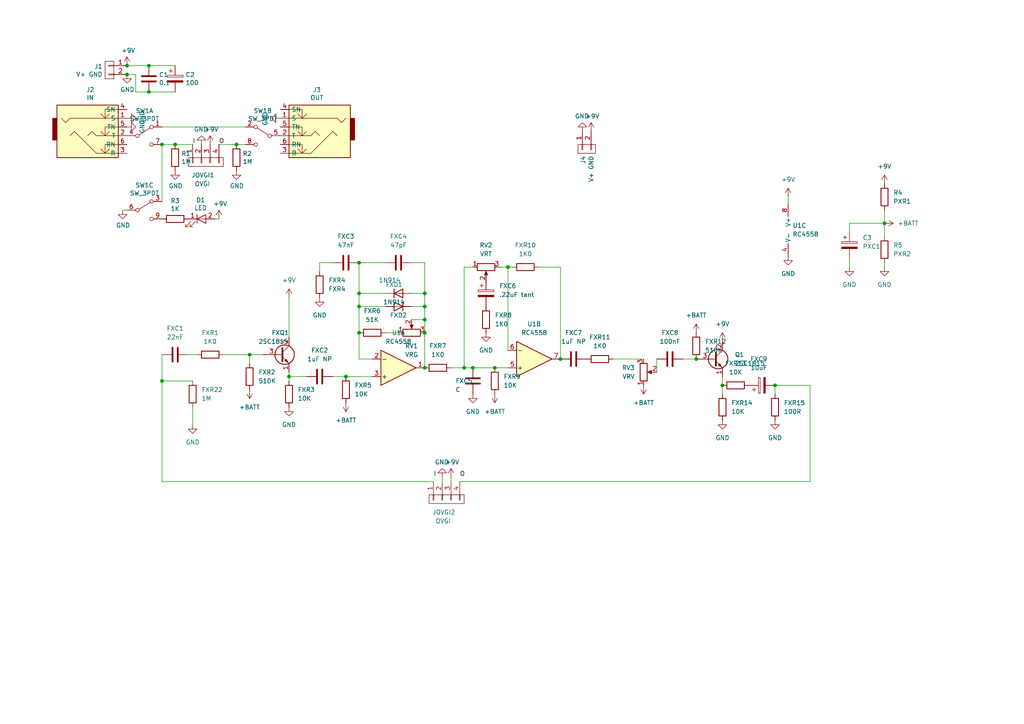
<source format=kicad_sch>
(kicad_sch (version 20211123) (generator eeschema)
  (paper "A4")
  (lib_symbols
    (symbol "1590B-rescue:C-device" (pin_numbers hide) (pin_names (offset 0.254))
      (property "Reference" "C" (at 0.635 2.54 0))
      (property "Value" "C-device" (at 0.635 -2.54 0))
      (symbol "C-device_0_1"
        (polyline (pts (xy -2.032 -0.762) (xy 2.032 -0.762)) (stroke (width 0.508)))
        (polyline (pts (xy -2.032 0.762) (xy 2.032 0.762)) (stroke (width 0.508)))
      )
      (symbol "C-device_1_1"
        (pin passive line (at 0 3.81 270) (length 2.794) (name "~") (number "1"))
        (pin passive line (at 0 -3.81 90) (length 2.794) (name "~") (number "2"))
      )
    )
    (symbol "1590B-rescue:CONN_01X02-conn" (pin_names (offset 1.016) hide)
      (property "Reference" "J" (at 0 3.81 0))
      (property "Value" "CONN_01X02-conn" (at 2.54 0 90))
      (symbol "CONN_01X02-conn_0_1"
        (rectangle (start -1.27 -1.143) (end 0.254 -1.397))
        (rectangle (start -1.27 1.397) (end 0.254 1.143))
        (rectangle (start -1.27 2.54) (end 1.27 -2.54))
      )
      (symbol "CONN_01X02-conn_1_1"
        (pin passive line (at -5.08 1.27 0) (length 3.81) (name "P1") (number "1"))
        (pin passive line (at -5.08 -1.27 0) (length 3.81) (name "P2") (number "2"))
      )
    )
    (symbol "1590B-rescue:CONN_01X04-conn" (pin_names (offset 1.016) hide)
      (property "Reference" "J" (at 0 6.35 0))
      (property "Value" "CONN_01X04-conn" (at 2.54 0 90))
      (symbol "CONN_01X04-conn_0_1"
        (rectangle (start -1.27 -3.683) (end 0.254 -3.937))
        (rectangle (start -1.27 -1.143) (end 0.254 -1.397))
        (rectangle (start -1.27 1.397) (end 0.254 1.143))
        (rectangle (start -1.27 3.937) (end 0.254 3.683))
        (rectangle (start -1.27 5.08) (end 1.27 -5.08))
      )
      (symbol "CONN_01X04-conn_1_1"
        (pin passive line (at -5.08 3.81 0) (length 3.81) (name "P1") (number "1"))
        (pin passive line (at -5.08 1.27 0) (length 3.81) (name "P2") (number "2"))
        (pin passive line (at -5.08 -1.27 0) (length 3.81) (name "P3") (number "3"))
        (pin passive line (at -5.08 -3.81 0) (length 3.81) (name "P4") (number "4"))
      )
    )
    (symbol "1590B-rescue:CP-device" (pin_numbers hide) (pin_names (offset 0.254))
      (property "Reference" "C" (at 0.635 2.54 0))
      (property "Value" "CP-device" (at 0.635 -2.54 0))
      (symbol "CP-device_0_1"
        (rectangle (start -2.286 0.508) (end -2.286 1.016))
        (rectangle (start -2.286 0.508) (end 2.286 0.508))
        (polyline (pts (xy -1.778 2.286) (xy -0.762 2.286)))
        (polyline (pts (xy -1.27 2.794) (xy -1.27 1.778)))
        (rectangle (start 2.286 -0.508) (end -2.286 -1.016) (fill (type outline)))
        (rectangle (start 2.286 1.016) (end -2.286 1.016))
        (rectangle (start 2.286 1.016) (end 2.286 0.508))
      )
      (symbol "CP-device_1_1"
        (pin passive line (at 0 3.81 270) (length 2.794) (name "~") (number "1"))
        (pin passive line (at 0 -3.81 90) (length 2.794) (name "~") (number "2"))
      )
    )
    (symbol "1590B-rescue:JACK_TRS_6PINS-conn" (pin_names (offset 0.762))
      (property "Reference" "J" (at 0 10.16 0))
      (property "Value" "JACK_TRS_6PINS-conn" (at -1.27 -7.62 0))
      (symbol "JACK_TRS_6PINS-conn_0_0"
        (polyline (pts (xy 3.81 -5.08) (xy 3.81 -2.54) (xy 7.62 -2.54)))
        (polyline (pts (xy 3.81 0) (xy 3.81 2.54) (xy 7.62 2.54)))
        (polyline (pts (xy 3.81 5.08) (xy 3.81 7.62) (xy 7.62 7.62)))
        (polyline (pts (xy -8.89 5.08) (xy -7.62 3.81) (xy -6.35 5.08) (xy 7.62 5.08)))
        (polyline (pts (xy -6.35 0) (xy -5.08 1.27) (xy 1.27 -5.08) (xy 7.62 -5.08)))
      )
      (symbol "JACK_TRS_6PINS-conn_0_1"
        (rectangle (start -11.43 5.08) (end -10.16 -1.27) (fill (type outline)))
        (polyline (pts (xy 1.27 0) (xy 7.62 0)))
        (polyline (pts (xy 1.27 0) (xy 0 1.27) (xy -1.27 0) (xy -1.27 0)))
        (polyline (pts (xy 2.54 -3.81) (xy 3.81 -5.08) (xy 5.08 -3.81) (xy 5.08 -3.81)))
        (polyline (pts (xy 2.54 1.27) (xy 3.81 0) (xy 5.08 1.27) (xy 5.08 1.27)))
        (polyline (pts (xy 2.54 6.35) (xy 3.81 5.08) (xy 5.08 6.35) (xy 5.08 6.35)))
        (rectangle (start 7.62 -6.35) (end -10.16 8.89) (stroke (width 0.254)) (fill (type background)))
      )
      (symbol "JACK_TRS_6PINS-conn_1_1"
        (pin passive line (at 10.16 5.08 180) (length 2.54) (name "S") (number "1"))
        (pin passive line (at 10.16 0 180) (length 2.54) (name "T") (number "2"))
        (pin passive line (at 10.16 -5.08 180) (length 2.54) (name "R") (number "3"))
        (pin passive line (at 10.16 7.62 180) (length 2.54) (name "SN") (number "4"))
        (pin passive line (at 10.16 2.54 180) (length 2.54) (name "TN") (number "5"))
        (pin passive line (at 10.16 -2.54 180) (length 2.54) (name "RN") (number "6"))
      )
    )
    (symbol "1590B-rescue:LED-device" (pin_names (offset 1.016) hide)
      (property "Reference" "D" (at 0 2.54 0))
      (property "Value" "LED-device" (at 0 -2.54 0))
      (symbol "LED-device_0_1"
        (polyline (pts (xy -1.27 -1.27) (xy -1.27 1.27)) (stroke (width 0.2032)))
        (polyline (pts (xy -1.27 0) (xy 1.27 0)))
        (polyline (pts (xy 1.27 -1.27) (xy 1.27 1.27) (xy -1.27 0) (xy 1.27 -1.27)) (stroke (width 0.2032)))
        (polyline (pts (xy -3.048 -0.762) (xy -4.572 -2.286) (xy -3.81 -2.286) (xy -4.572 -2.286) (xy -4.572 -1.524)))
        (polyline (pts (xy -1.778 -0.762) (xy -3.302 -2.286) (xy -2.54 -2.286) (xy -3.302 -2.286) (xy -3.302 -1.524)))
      )
      (symbol "LED-device_1_1"
        (pin passive line (at -3.81 0 0) (length 2.54) (name "K") (number "1"))
        (pin passive line (at 3.81 0 180) (length 2.54) (name "A") (number "2"))
      )
    )
    (symbol "1590B-rescue:R-device" (pin_numbers hide) (pin_names (offset 0))
      (property "Reference" "R" (at 2.032 0 90))
      (property "Value" "R-device" (at 0 0 90))
      (symbol "R-device_0_1"
        (rectangle (start -1.016 -2.54) (end 1.016 2.54) (stroke (width 0.254)))
      )
      (symbol "R-device_1_1"
        (pin passive line (at 0 3.81 270) (length 1.27) (name "~") (number "1"))
        (pin passive line (at 0 -3.81 90) (length 1.27) (name "~") (number "2"))
      )
    )
    (symbol "1590B-rescue:SW_3PDT-switches" (pin_names (offset 0) hide)
      (property "Reference" "SW" (at 0 4.318 0))
      (property "Value" "SW_3PDT-switches" (at 0 -5.08 0))
      (symbol "SW_3PDT-switches_0_0"
        (circle (center -2.032 0) (radius 0.508))
        (circle (center 2.032 -2.54) (radius 0.508))
      )
      (symbol "SW_3PDT-switches_0_1"
        (polyline (pts (xy -1.524 0.254) (xy 1.651 2.286)))
        (circle (center 2.032 2.54) (radius 0.508))
      )
      (symbol "SW_3PDT-switches_1_1"
        (pin passive line (at 5.08 2.54 180) (length 2.54) (name "A") (number "1"))
        (pin passive line (at -5.08 0 0) (length 2.54) (name "B") (number "4"))
        (pin passive line (at 5.08 -2.54 180) (length 2.54) (name "C") (number "7"))
      )
      (symbol "SW_3PDT-switches_2_1"
        (pin passive line (at 5.08 2.54 180) (length 2.54) (name "A") (number "2"))
        (pin passive line (at -5.08 0 0) (length 2.54) (name "B") (number "5"))
        (pin passive line (at 5.08 -2.54 180) (length 2.54) (name "C") (number "8"))
      )
      (symbol "SW_3PDT-switches_3_1"
        (pin passive line (at 5.08 2.54 180) (length 2.54) (name "A") (number "3"))
        (pin passive line (at -5.08 0 0) (length 2.54) (name "B") (number "6"))
        (pin passive line (at 5.08 -2.54 180) (length 2.54) (name "C") (number "9"))
      )
    )
    (symbol "Amplifier_Operational:RC4558" (pin_names (offset 0.127))
      (property "Reference" "U" (at 0 5.08 0))
      (property "Value" "RC4558" (at 0 -5.08 0))
      (symbol "RC4558_1_1"
        (polyline (pts (xy -5.08 5.08) (xy 5.08 0) (xy -5.08 -5.08) (xy -5.08 5.08)) (stroke (width 0.254)) (fill (type background)))
        (pin output line (at 7.62 0 180) (length 2.54) (name "~") (number "1"))
        (pin input line (at -7.62 -2.54 0) (length 2.54) (name "-") (number "2"))
        (pin input line (at -7.62 2.54 0) (length 2.54) (name "+") (number "3"))
      )
      (symbol "RC4558_2_1"
        (polyline (pts (xy -5.08 5.08) (xy 5.08 0) (xy -5.08 -5.08) (xy -5.08 5.08)) (stroke (width 0.254)) (fill (type background)))
        (pin input line (at -7.62 2.54 0) (length 2.54) (name "+") (number "5"))
        (pin input line (at -7.62 -2.54 0) (length 2.54) (name "-") (number "6"))
        (pin output line (at 7.62 0 180) (length 2.54) (name "~") (number "7"))
      )
      (symbol "RC4558_3_1"
        (pin power_in line (at -2.54 -7.62 90) (length 3.81) (name "V-") (number "4"))
        (pin power_in line (at -2.54 7.62 270) (length 3.81) (name "V+") (number "8"))
      )
    )
    (symbol "Device:C" (pin_numbers hide) (pin_names (offset 0.254))
      (property "Reference" "C" (at 0.635 2.54 0))
      (property "Value" "C" (at 0.635 -2.54 0))
      (symbol "C_0_1"
        (polyline (pts (xy -2.032 -0.762) (xy 2.032 -0.762)) (stroke (width 0.508)))
        (polyline (pts (xy -2.032 0.762) (xy 2.032 0.762)) (stroke (width 0.508)))
      )
      (symbol "C_1_1"
        (pin passive line (at 0 3.81 270) (length 2.794) (name "~") (number "1"))
        (pin passive line (at 0 -3.81 90) (length 2.794) (name "~") (number "2"))
      )
    )
    (symbol "Device:C_Polarized" (pin_numbers hide) (pin_names (offset 0.254))
      (property "Reference" "C" (at 0.635 2.54 0))
      (property "Value" "C_Polarized" (at 0.635 -2.54 0))
      (symbol "C_Polarized_0_1"
        (rectangle (start -2.286 0.508) (end 2.286 1.016))
        (polyline (pts (xy -1.778 2.286) (xy -0.762 2.286)))
        (polyline (pts (xy -1.27 2.794) (xy -1.27 1.778)))
        (rectangle (start 2.286 -0.508) (end -2.286 -1.016) (fill (type outline)))
      )
      (symbol "C_Polarized_1_1"
        (pin passive line (at 0 3.81 270) (length 2.794) (name "~") (number "1"))
        (pin passive line (at 0 -3.81 90) (length 2.794) (name "~") (number "2"))
      )
    )
    (symbol "Device:R" (pin_numbers hide) (pin_names (offset 0))
      (property "Reference" "R" (at 2.032 0 90))
      (property "Value" "R" (at 0 0 90))
      (symbol "R_0_1"
        (rectangle (start -1.016 -2.54) (end 1.016 2.54) (stroke (width 0.254)))
      )
      (symbol "R_1_1"
        (pin passive line (at 0 3.81 270) (length 1.27) (name "~") (number "1"))
        (pin passive line (at 0 -3.81 90) (length 1.27) (name "~") (number "2"))
      )
    )
    (symbol "Device:R_Potentiometer" (pin_names (offset 1.016) hide)
      (property "Reference" "RV" (at -4.445 0 90))
      (property "Value" "R_Potentiometer" (at -2.54 0 90))
      (symbol "R_Potentiometer_0_1"
        (polyline (pts (xy 2.54 0) (xy 1.524 0)))
        (polyline (pts (xy 1.143 0) (xy 2.286 0.508) (xy 2.286 -0.508) (xy 1.143 0)) (fill (type outline)))
        (rectangle (start 1.016 2.54) (end -1.016 -2.54) (stroke (width 0.254)))
      )
      (symbol "R_Potentiometer_1_1"
        (pin passive line (at 0 3.81 270) (length 1.27) (name "1") (number "1"))
        (pin passive line (at 3.81 0 180) (length 1.27) (name "2") (number "2"))
        (pin passive line (at 0 -3.81 90) (length 1.27) (name "3") (number "3"))
      )
    )
    (symbol "Diode:1N914" (pin_numbers hide) (pin_names (offset 1.016) hide)
      (property "Reference" "D" (at 0 2.54 0))
      (property "Value" "1N914" (at 0 -2.54 0))
      (symbol "1N914_0_1"
        (polyline (pts (xy -1.27 1.27) (xy -1.27 -1.27)) (stroke (width 0.254)))
        (polyline (pts (xy 1.27 0) (xy -1.27 0)))
        (polyline (pts (xy 1.27 1.27) (xy 1.27 -1.27) (xy -1.27 0) (xy 1.27 1.27)) (stroke (width 0.254)))
      )
      (symbol "1N914_1_1"
        (pin passive line (at -3.81 0 0) (length 2.54) (name "K") (number "1"))
        (pin passive line (at 3.81 0 180) (length 2.54) (name "A") (number "2"))
      )
    )
    (symbol "Transistor_BJT:2SC1815" (pin_names (offset 0) hide)
      (property "Reference" "Q" (at 5.08 1.905 0))
      (property "Value" "2SC1815" (at 5.08 0 0))
      (symbol "2SC1815_0_1"
        (polyline (pts (xy 0 0) (xy 0.508 0)))
        (polyline (pts (xy 0.635 0.635) (xy 2.54 2.54)))
        (polyline (pts (xy 0.635 -0.635) (xy 2.54 -2.54) (xy 2.54 -2.54)))
        (polyline (pts (xy 0.635 1.905) (xy 0.635 -1.905) (xy 0.635 -1.905)) (stroke (width 0.508)))
        (polyline (pts (xy 1.27 -1.778) (xy 1.778 -1.27) (xy 2.286 -2.286) (xy 1.27 -1.778) (xy 1.27 -1.778)) (fill (type outline)))
        (circle (center 1.27 0) (radius 2.8194) (stroke (width 0.254)))
      )
      (symbol "2SC1815_1_1"
        (pin passive line (at 2.54 -5.08 90) (length 2.54) (name "E") (number "1"))
        (pin passive line (at 2.54 5.08 270) (length 2.54) (name "C") (number "2"))
        (pin input line (at -5.08 0 0) (length 5.08) (name "B") (number "3"))
      )
    )
    (symbol "power:+9V" (power) (pin_names (offset 0))
      (property "Value" "+9V" (at 0 3.556 0))
      (symbol "+9V_0_1"
        (polyline (pts (xy -0.762 1.27) (xy 0 2.54)))
        (polyline (pts (xy 0 0) (xy 0 2.54)))
        (polyline (pts (xy 0 2.54) (xy 0.762 1.27)))
      )
      (symbol "+9V_1_1"
        (pin power_in line (at 0 0 90) (length 0) hide (name "+9V") (number "1"))
      )
    )
    (symbol "power:+BATT" (power) (pin_names (offset 0))
      (property "Value" "+BATT" (at 0 3.556 0))
      (symbol "+BATT_0_1"
        (polyline (pts (xy -0.762 1.27) (xy 0 2.54)))
        (polyline (pts (xy 0 0) (xy 0 2.54)))
        (polyline (pts (xy 0 2.54) (xy 0.762 1.27)))
      )
      (symbol "+BATT_1_1"
        (pin power_in line (at 0 0 90) (length 0) hide (name "+BATT") (number "1"))
      )
    )
    (symbol "power:GND" (power) (pin_names (offset 0))
      (property "Value" "GND" (at 0 -3.81 0))
      (symbol "GND_0_1"
        (polyline (pts (xy 0 0) (xy 0 -1.27) (xy 1.27 -1.27) (xy 0 -2.54) (xy -1.27 -1.27) (xy 0 -1.27)))
      )
      (symbol "GND_1_1"
        (pin power_in line (at 0 0 270) (length 0) hide (name "GND") (number "1"))
      )
    )
  )
  (junction (at 83.82 109.22))
  (junction (at 104.14 85.09))
  (junction (at 134.62 106.68))
  (junction (at 50.8 41.91))
  (junction (at 43.18 19.05))
  (junction (at 123.19 106.68))
  (junction (at 104.14 96.52))
  (junction (at 104.14 88.9))
  (junction (at 147.32 77.47))
  (junction (at 123.19 85.09))
  (junction (at 137.16 106.68))
  (junction (at 256.54 64.77))
  (junction (at 143.51 106.68))
  (junction (at 123.19 96.52))
  (junction (at 201.93 104.14))
  (junction (at 209.55 111.76))
  (junction (at 46.99 110.49))
  (junction (at 162.56 104.14))
  (junction (at 68.58 41.91))
  (junction (at 36.83 21.59))
  (junction (at 224.79 111.76))
  (junction (at 46.99 41.91))
  (junction (at 43.18 26.67))
  (junction (at 72.39 102.87))
  (junction (at 100.33 109.22))
  (junction (at 36.83 19.05))
  (junction (at 123.19 88.9))
  (junction (at 123.19 92.71))
  (junction (at 104.14 76.2))
  (wire (pts (xy 130.81 139.7) (xy 130.81 138.43)))
  (wire (pts (xy 83.82 86.36) (xy 83.82 97.79)))
  (wire (pts (xy 100.33 109.22) (xy 96.52 109.22)))
  (wire (pts (xy 246.38 67.31) (xy 246.38 64.77)))
  (wire (pts (xy 39.37 26.67) (xy 43.18 26.67)))
  (wire (pts (xy 46.99 36.83) (xy 71.12 36.83)))
  (wire (pts (xy 43.18 26.67) (xy 50.8 26.67)))
  (wire (pts (xy 46.99 41.91) (xy 50.8 41.91)))
  (wire (pts (xy 209.55 114.3) (xy 209.55 111.76)))
  (wire (pts (xy 100.33 109.22) (xy 107.95 109.22)))
  (wire (pts (xy 128.27 139.7) (xy 128.27 138.43)))
  (wire (pts (xy 96.52 76.2) (xy 92.71 76.2)))
  (wire (pts (xy 201.93 104.14) (xy 198.12 104.14)))
  (wire (pts (xy 246.38 64.77) (xy 256.54 64.77)))
  (wire (pts (xy 72.39 102.87) (xy 76.2 102.87)))
  (wire (pts (xy 256.54 68.58) (xy 256.54 64.77)))
  (wire (pts (xy 63.5 41.91) (xy 68.58 41.91)))
  (wire (pts (xy 104.14 76.2) (xy 111.76 76.2)))
  (wire (pts (xy 119.38 88.9) (xy 123.19 88.9)))
  (wire (pts (xy 88.9 109.22) (xy 83.82 109.22)))
  (wire (pts (xy 64.77 102.87) (xy 72.39 102.87)))
  (wire (pts (xy 92.71 76.2) (xy 92.71 78.74)))
  (wire (pts (xy 104.14 85.09) (xy 104.14 88.9)))
  (wire (pts (xy 36.83 60.96) (xy 35.56 60.96)))
  (wire (pts (xy 119.38 85.09) (xy 123.19 85.09)))
  (wire (pts (xy 104.14 85.09) (xy 111.76 85.09)))
  (wire (pts (xy 147.32 77.47) (xy 147.32 101.6)))
  (wire (pts (xy 83.82 107.95) (xy 83.82 109.22)))
  (wire (pts (xy 62.23 63.5) (xy 63.5 63.5)))
  (wire (pts (xy 123.19 96.52) (xy 123.19 106.68)))
  (wire (pts (xy 104.14 76.2) (xy 104.14 85.09)))
  (wire (pts (xy 46.99 110.49) (xy 55.88 110.49)))
  (wire (pts (xy 39.37 21.59) (xy 39.37 26.67)))
  (wire (pts (xy 137.16 106.68) (xy 143.51 106.68)))
  (wire (pts (xy 123.19 76.2) (xy 123.19 85.09)))
  (wire (pts (xy 111.76 96.52) (xy 115.57 96.52)))
  (wire (pts (xy 256.54 64.77) (xy 256.54 60.96)))
  (wire (pts (xy 147.32 77.47) (xy 148.59 77.47)))
  (wire (pts (xy 246.38 77.47) (xy 246.38 74.93)))
  (wire (pts (xy 224.79 111.76) (xy 234.95 111.76)))
  (wire (pts (xy 256.54 77.47) (xy 256.54 76.2)))
  (wire (pts (xy 104.14 88.9) (xy 104.14 96.52)))
  (wire (pts (xy 104.14 104.14) (xy 104.14 96.52)))
  (wire (pts (xy 71.12 41.91) (xy 68.58 41.91)))
  (wire (pts (xy 144.78 77.47) (xy 147.32 77.47)))
  (wire (pts (xy 190.5 104.14) (xy 190.5 107.95)))
  (wire (pts (xy 162.56 77.47) (xy 162.56 104.14)))
  (wire (pts (xy 123.19 85.09) (xy 123.19 88.9)))
  (wire (pts (xy 46.99 110.49) (xy 46.99 139.7)))
  (wire (pts (xy 43.18 19.05) (xy 36.83 19.05)))
  (wire (pts (xy 156.21 77.47) (xy 162.56 77.47)))
  (wire (pts (xy 123.19 92.71) (xy 123.19 96.52)))
  (wire (pts (xy 123.19 88.9) (xy 123.19 92.71)))
  (wire (pts (xy 107.95 104.14) (xy 104.14 104.14)))
  (wire (pts (xy 119.38 92.71) (xy 123.19 92.71)))
  (wire (pts (xy 50.8 41.91) (xy 55.88 41.91)))
  (wire (pts (xy 72.39 102.87) (xy 72.39 105.41)))
  (wire (pts (xy 50.8 19.05) (xy 43.18 19.05)))
  (wire (pts (xy 36.83 21.59) (xy 39.37 21.59)))
  (wire (pts (xy 134.62 106.68) (xy 137.16 106.68)))
  (wire (pts (xy 133.35 139.7) (xy 234.95 139.7)))
  (wire (pts (xy 46.99 139.7) (xy 125.73 139.7)))
  (wire (pts (xy 177.8 104.14) (xy 186.69 104.14)))
  (wire (pts (xy 55.88 123.19) (xy 55.88 118.11)))
  (wire (pts (xy 137.16 77.47) (xy 134.62 77.47)))
  (wire (pts (xy 104.14 88.9) (xy 111.76 88.9)))
  (wire (pts (xy 234.95 139.7) (xy 234.95 111.76)))
  (wire (pts (xy 46.99 102.87) (xy 46.99 110.49)))
  (wire (pts (xy 46.99 41.91) (xy 46.99 58.42)))
  (wire (pts (xy 54.61 102.87) (xy 57.15 102.87)))
  (wire (pts (xy 119.38 76.2) (xy 123.19 76.2)))
  (wire (pts (xy 209.55 111.76) (xy 209.55 109.22)))
  (wire (pts (xy 83.82 109.22) (xy 83.82 110.49)))
  (wire (pts (xy 228.6 57.15) (xy 228.6 59.055)))
  (wire (pts (xy 224.79 114.3) (xy 224.79 111.76)))
  (wire (pts (xy 130.81 106.68) (xy 134.62 106.68)))
  (wire (pts (xy 143.51 106.68) (xy 147.32 106.68)))
  (wire (pts (xy 134.62 77.47) (xy 134.62 106.68)))
  (label "O" (at 63.5 41.91 0))
  (label "I" (at 55.88 41.91 0))
  (label "O" (at 133.35 138.43 0))
  (label "I" (at 125.73 138.43 0))
  (symbol (lib_id "1590B-rescue:SW_3PDT-switches") (at 41.91 39.37 0) (unit 1)
    (property "Reference" "SW1" (at 41.91 32.131 0))
    (property "Value" "SW_3PDT" (at 41.91 34.4424 0))
    (property "Footprint" "KiCad Lib:3PDT-Footswitch" (effects hide))
  )
  (symbol (lib_id "1590B-rescue:SW_3PDT-switches") (at 76.2 39.37 0) (mirror y) (unit 2)
    (property "Reference" "SW1" (at 76.2 32.131 0))
    (property "Value" "SW_3PDT" (at 76.2 34.4424 0))
    (property "Footprint" "KiCad Lib:3PDT-Footswitch" (effects hide))
  )
  (symbol (lib_id "1590B-rescue:SW_3PDT-switches") (at 41.91 60.96 0) (unit 3)
    (property "Reference" "SW1" (at 41.91 53.721 0))
    (property "Value" "SW_3PDT" (at 41.91 56.0324 0))
    (property "Footprint" "KiCad Lib:3PDT-Footswitch" (effects hide))
  )
  (symbol (lib_id "1590B-rescue:R-device") (at 50.8 45.72 0) (unit 1)
    (property "Reference" "R1" (at 52.578 44.5516 0) (effects (justify left)))
    (property "Value" "1M" (at 52.578 46.863 0) (effects (justify left)))
    (property "Footprint" "Resistors_ThroughHole:Resistor_Horizontal_RM7mm" (effects hide))
  )
  (symbol (lib_id "1590B-rescue:C-device") (at 43.18 22.86 180) (unit 1)
    (property "Reference" "C1" (at 46.101 21.6916 0) (effects (justify right)))
    (property "Value" "0.1" (at 46.101 24.003 0) (effects (justify right)))
    (property "Footprint" "Capacitors_ThroughHole:C_Rect_L7_W3.5_P5" (effects hide))
  )
  (symbol (lib_id "1590B-rescue:CP-device") (at 50.8 22.86 0) (unit 1)
    (property "Reference" "C2" (at 53.7972 21.6916 0) (effects (justify left)))
    (property "Value" "100" (at 53.7972 24.003 0) (effects (justify left)))
    (property "Footprint" "Capacitors_THT:CP_Radial_D8.0mm_P2.50mm" (effects hide))
  )
  (symbol (lib_id "1590B-rescue:LED-device") (at 58.42 63.5 0) (unit 1)
    (property "Reference" "D1" (at 58.1914 58.0136 0))
    (property "Value" "LED" (at 58.1914 60.325 0))
    (property "Footprint" "LEDs:LED-5MM" (effects hide))
  )
  (symbol (lib_id "1590B-rescue:CONN_01X04-conn") (at 59.69 46.99 90) (mirror x) (unit 1)
    (property "Reference" "JOVGI1" (at 62.23 50.8 90) (effects (justify left)))
    (property "Value" "OVGI" (at 60.96 53.34 90) (effects (justify left)))
    (property "Footprint" "Pin_Headers:Pin_Header_Straight_1x04_Pitch2.54mm" (effects hide))
  )
  (symbol (lib_id "1590B-rescue:CONN_01X02-conn") (at 31.75 20.32 0) (mirror y) (unit 1)
    (property "Reference" "J1" (at 29.7688 19.2786 0) (effects (justify left)))
    (property "Value" "V+ GND" (at 29.7688 21.59 0) (effects (justify left)))
    (property "Footprint" "Pin_Headers:Pin_Header_Straight_1x02_Pitch2.54mm" (effects hide))
  )
  (symbol (lib_id "1590B-rescue:JACK_TRS_6PINS-conn") (at 26.67 39.37 0) (unit 1)
    (property "Reference" "J2" (at 26.1874 26.035 0))
    (property "Value" "IN" (at 26.1874 28.3464 0))
    (property "Footprint" "Connectors:NMJ6HCD2" (effects hide))
  )
  (symbol (lib_id "1590B-rescue:JACK_TRS_6PINS-conn") (at 91.44 39.37 0) (mirror y) (unit 1)
    (property "Reference" "J3" (at 91.8972 26.035 0))
    (property "Value" "OUT" (at 91.8972 28.3464 0))
    (property "Footprint" "Connectors:NMJ6HCD2" (effects hide))
  )
  (symbol (lib_id "1590B-rescue:R-device") (at 68.58 45.72 0) (unit 1)
    (property "Reference" "R2" (at 70.358 44.5516 0) (effects (justify left)))
    (property "Value" "1M" (at 70.358 46.863 0) (effects (justify left)))
    (property "Footprint" "Resistors_ThroughHole:Resistor_Horizontal_RM7mm" (effects hide))
  )
  (symbol (lib_id "power:+9V") (at 36.83 19.05 0) (unit 1)
    (property "Reference" "#PWR01" (effects hide))
    (property "Value" "+9V" (at 37.211 14.6558 0))
  )
  (symbol (lib_id "power:GND") (at 36.83 21.59 0) (unit 1)
    (property "Reference" "#PWR02" (effects hide))
    (property "Value" "GND" (at 36.957 25.9842 0))
  )
  (symbol (lib_id "power:GND") (at 50.8 49.53 0) (unit 1)
    (property "Reference" "#PWR05" (effects hide))
    (property "Value" "GND" (at 50.927 53.9242 0))
  )
  (symbol (lib_id "power:GND") (at 68.58 49.53 0) (unit 1)
    (property "Reference" "#PWR06" (effects hide))
    (property "Value" "GND" (at 68.707 53.9242 0))
  )
  (symbol (lib_id "power:GND") (at 58.42 41.91 180) (unit 1)
    (property "Reference" "#PWR03" (effects hide))
    (property "Value" "GND" (at 58.293 37.5158 0))
  )
  (symbol (lib_id "power:+9V") (at 60.96 41.91 0) (unit 1)
    (property "Reference" "#PWR04" (effects hide))
    (property "Value" "+9V" (at 61.341 37.5158 0))
  )
  (symbol (lib_id "1590B-rescue:R-device") (at 50.8 63.5 270) (unit 1)
    (property "Reference" "R3" (at 50.8 58.2422 90))
    (property "Value" "1K" (at 50.8 60.5536 90))
    (property "Footprint" "Resistors_ThroughHole:Resistor_Horizontal_RM7mm" (effects hide))
  )
  (symbol (lib_id "power:+9V") (at 63.5 63.5 0) (unit 1)
    (property "Reference" "#PWR08" (effects hide))
    (property "Value" "+9V" (at 63.881 59.1058 0))
  )
  (symbol (lib_id "power:GND") (at 35.56 60.96 0) (unit 1)
    (property "Reference" "#PWR07" (effects hide))
    (property "Value" "GND" (at 35.687 65.3542 0))
  )
  (symbol (lib_id "1590B-rescue:CONN_01X04-conn") (at 129.54 144.78 90) (mirror x) (unit 1)
    (property "Reference" "JOVGI2" (at 132.08 148.59 90) (effects (justify left)))
    (property "Value" "OVGI" (at 130.81 151.13 90) (effects (justify left)))
    (property "Footprint" "Pin_Headers:Pin_Header_Straight_1x04_Pitch2.54mm" (effects hide))
  )
  (symbol (lib_id "power:GND") (at 128.27 138.43 180) (unit 1)
    (property "Reference" "#PWR09" (effects hide))
    (property "Value" "GND" (at 128.143 134.0358 0))
  )
  (symbol (lib_id "power:+9V") (at 130.81 138.43 0) (unit 1)
    (property "Reference" "#PWR010" (effects hide))
    (property "Value" "+9V" (at 131.191 134.0358 0))
  )
  (symbol (lib_id "power:GND") (at 36.83 34.29 90) (unit 1)
    (property "Reference" "#PWR011" (effects hide))
    (property "Value" "GND" (at 41.2242 34.163 0))
  )
  (symbol (lib_id "power:GND") (at 81.28 34.29 270) (unit 1)
    (property "Reference" "#PWR012" (effects hide))
    (property "Value" "GND" (at 76.8858 34.417 0))
  )
  (symbol (lib_id "power:GND") (at 36.83 36.83 90) (unit 1)
    (property "Reference" "#PWR013" (effects hide))
    (property "Value" "GND" (at 41.2242 36.703 0))
  )
  (symbol (lib_id "1590B-rescue:CONN_01X02-conn") (at 170.18 43.18 90) (mirror x) (unit 1)
    (property "Reference" "J4" (at 169.1386 45.1612 0) (effects (justify left)))
    (property "Value" "V+ GND" (at 171.45 45.1612 0) (effects (justify left)))
    (property "Footprint" "Pin_Headers:Pin_Header_Straight_1x02_Pitch2.54mm" (effects hide))
  )
  (symbol (lib_id "power:GND") (at 168.91 38.1 180) (unit 1)
    (property "Reference" "#PWR014" (effects hide))
    (property "Value" "GND" (at 168.783 33.7058 0))
  )
  (symbol (lib_id "power:+9V") (at 171.45 38.1 0) (unit 1)
    (property "Reference" "#PWR015" (effects hide))
    (property "Value" "+9V" (at 171.831 33.7058 0))
  )
  (symbol (lib_id "Diode:1N914") (at 115.57 85.09 0) (unit 1)
    (property "Reference" "FXD1" (at 114.3 82.55 0))
    (property "Value" "1N914" (at 113.03 81.28 0))
    (property "Footprint" "Diode_THT:D_DO-35_SOD27_P7.62mm_Horizontal" (effects hide))
    (property "Datasheet" "http://www.vishay.com/docs/85622/1n914.pdf" (effects hide))
  )
  (symbol (lib_id "Device:R") (at 143.51 110.49 180) (unit 1)
    (property "Reference" "FXR9" (at 146.05 109.2199 0) (effects (justify right)))
    (property "Value" "10K" (at 146.05 111.7599 0) (effects (justify right)))
    (property "Footprint" "Resistor_THT:R_Axial_DIN0309_L9.0mm_D3.2mm_P12.70mm_Horizontal" (effects hide))
  )
  (symbol (lib_id "Device:R") (at 140.97 92.71 180) (unit 1)
    (property "Reference" "FXR8" (at 143.51 91.4399 0) (effects (justify right)))
    (property "Value" "1K0" (at 143.51 93.9799 0) (effects (justify right)))
    (property "Footprint" "Resistor_THT:R_Axial_DIN0309_L9.0mm_D3.2mm_P12.70mm_Horizontal" (effects hide))
  )
  (symbol (lib_id "Device:C_Polarized") (at 246.38 71.12 0) (unit 1)
    (property "Reference" "C3" (at 250.19 68.9609 0) (effects (justify left)))
    (property "Value" "PXC1" (at 250.19 71.5009 0) (effects (justify left)))
    (property "Footprint" "Capacitor_THT:CP_Radial_D10.0mm_P5.00mm" (effects hide))
  )
  (symbol (lib_id "Amplifier_Operational:RC4558") (at 115.57 106.68 0) (mirror x) (unit 1)
    (property "Reference" "U1" (at 115.57 96.52 0))
    (property "Value" "RC4558" (at 115.57 99.06 0))
    (property "Footprint" "Package_DIP:DIP-8_W7.62mm" (effects hide))
    (property "Datasheet" "http://www.ti.com/lit/ds/symlink/rc4558.pdf" (effects hide))
  )
  (symbol (lib_id "Device:R_Potentiometer") (at 119.38 96.52 90) (unit 1)
    (property "Reference" "RV1" (at 119.38 100.33 90))
    (property "Value" "VRG" (at 119.38 102.87 90))
    (property "Footprint" "Potentiometer_THT:Potentiometer_Alps_RK09K_Single_Vertical" (effects hide))
  )
  (symbol (lib_id "power:+9V") (at 256.54 53.34 0) (unit 1)
    (property "Reference" "#PWR0109" (effects hide))
    (property "Value" "+9V" (at 256.54 48.26 0))
  )
  (symbol (lib_id "Device:C_Polarized") (at 220.98 111.76 90) (unit 1)
    (property "Reference" "FXC9" (at 220.091 104.14 90))
    (property "Value" "10uF" (at 220.091 106.68 90))
    (property "Footprint" "Capacitor_THT:CP_Radial_D10.0mm_P5.00mm" (effects hide))
  )
  (symbol (lib_id "power:GND") (at 256.54 77.47 0) (unit 1)
    (property "Reference" "#PWR0113" (effects hide))
    (property "Value" "GND" (at 256.54 82.55 0))
  )
  (symbol (lib_id "Amplifier_Operational:RC4558") (at 154.94 104.14 0) (mirror x) (unit 2)
    (property "Reference" "U1" (at 154.94 93.98 0))
    (property "Value" "RC4558" (at 154.94 96.52 0))
    (property "Footprint" "Package_DIP:DIP-8_W7.62mm" (effects hide))
    (property "Datasheet" "http://www.ti.com/lit/ds/symlink/rc4558.pdf" (effects hide))
  )
  (symbol (lib_id "Device:R_Potentiometer") (at 140.97 77.47 90) (mirror x) (unit 1)
    (property "Reference" "RV2" (at 140.97 71.12 90))
    (property "Value" "VRT" (at 140.97 73.66 90))
    (property "Footprint" "Potentiometer_THT:Potentiometer_Alps_RK09K_Single_Vertical" (effects hide))
  )
  (symbol (lib_id "power:GND") (at 55.88 123.19 0) (unit 1)
    (property "Reference" "#PWR0105" (effects hide))
    (property "Value" "GND" (at 55.88 128.27 0))
  )
  (symbol (lib_id "Device:C") (at 50.8 102.87 90) (unit 1)
    (property "Reference" "FXC1" (at 50.8 95.25 90))
    (property "Value" "22nF" (at 50.8 97.79 90))
    (property "Footprint" "Capacitor_THT:C_Disc_D5.0mm_W2.5mm_P5.00mm" (effects hide))
  )
  (symbol (lib_id "power:GND") (at 140.97 96.52 0) (unit 1)
    (property "Reference" "#PWR0102" (effects hide))
    (property "Value" "GND" (at 140.97 101.6 0))
  )
  (symbol (lib_id "Device:R") (at 72.39 109.22 180) (unit 1)
    (property "Reference" "FXR2" (at 74.93 107.9499 0) (effects (justify right)))
    (property "Value" "510K" (at 74.93 110.4899 0) (effects (justify right)))
    (property "Footprint" "Resistor_THT:R_Axial_DIN0309_L9.0mm_D3.2mm_P12.70mm_Horizontal" (effects hide))
  )
  (symbol (lib_id "Device:R") (at 224.79 118.11 180) (unit 1)
    (property "Reference" "FXR15" (at 227.33 116.8399 0) (effects (justify right)))
    (property "Value" "100R" (at 227.33 119.3799 0) (effects (justify right)))
    (property "Footprint" "Resistor_THT:R_Axial_DIN0309_L9.0mm_D3.2mm_P12.70mm_Horizontal" (effects hide))
  )
  (symbol (lib_id "Device:R") (at 201.93 100.33 0) (unit 1)
    (property "Reference" "FXR12" (at 204.47 99.0599 0) (effects (justify left)))
    (property "Value" "510K" (at 204.47 101.5999 0) (effects (justify left)))
    (property "Footprint" "Resistor_THT:R_Axial_DIN0309_L9.0mm_D3.2mm_P12.70mm_Horizontal" (effects hide))
  )
  (symbol (lib_id "Device:R") (at 100.33 113.03 180) (unit 1)
    (property "Reference" "FXR5" (at 102.87 111.7599 0) (effects (justify right)))
    (property "Value" "10K" (at 102.87 114.2999 0) (effects (justify right)))
    (property "Footprint" "Resistor_THT:R_Axial_DIN0309_L9.0mm_D3.2mm_P12.70mm_Horizontal" (effects hide))
  )
  (symbol (lib_id "power:GND") (at 224.79 121.92 0) (unit 1)
    (property "Reference" "#PWR0118" (effects hide))
    (property "Value" "GND" (at 224.79 127 0))
  )
  (symbol (lib_id "Transistor_BJT:2SC1815") (at 81.28 102.87 0) (unit 1)
    (property "Reference" "FXQ1" (at 78.74 96.52 0) (effects (justify left)))
    (property "Value" "2SC1815" (at 74.93 99.06 0) (effects (justify left)))
    (property "Footprint" "Package_TO_SOT_THT:TO-92_Inline" (effects hide))
    (property "Datasheet" "https://media.digikey.com/pdf/Data%20Sheets/Toshiba%20PDFs/2SC1815.pdf" (effects hide))
  )
  (symbol (lib_id "Device:R") (at 173.99 104.14 270) (unit 1)
    (property "Reference" "FXR11" (at 173.99 97.79 90))
    (property "Value" "1K0" (at 173.99 100.33 90))
    (property "Footprint" "Resistor_THT:R_Axial_DIN0309_L9.0mm_D3.2mm_P12.70mm_Horizontal" (effects hide))
  )
  (symbol (lib_id "power:GND") (at 228.6 74.295 0) (unit 1)
    (property "Reference" "#PWR0115" (effects hide))
    (property "Value" "GND" (at 228.6 79.375 0))
  )
  (symbol (lib_id "Device:R") (at 213.36 111.76 270) (unit 1)
    (property "Reference" "FXR13" (at 213.36 105.41 90))
    (property "Value" "10K" (at 213.36 107.95 90))
    (property "Footprint" "Resistor_THT:R_Axial_DIN0309_L9.0mm_D3.2mm_P12.70mm_Horizontal" (effects hide))
  )
  (symbol (lib_id "Transistor_BJT:2SC1815") (at 207.01 104.14 0) (unit 1)
    (property "Reference" "Q1" (at 213.106 102.8699 0) (effects (justify left)))
    (property "Value" "2SC1815" (at 213.106 105.4099 0) (effects (justify left)))
    (property "Footprint" "Package_TO_SOT_THT:TO-92_Inline" (effects hide))
    (property "Datasheet" "https://media.digikey.com/pdf/Data%20Sheets/Toshiba%20PDFs/2SC1815.pdf" (effects hide))
  )
  (symbol (lib_id "Device:C_Polarized") (at 140.97 85.09 0) (unit 1)
    (property "Reference" "FXC6" (at 144.78 82.9309 0) (effects (justify left)))
    (property "Value" ".22uF tant" (at 144.78 85.4709 0) (effects (justify left)))
    (property "Footprint" "Capacitor_THT:CP_Radial_D5.0mm_P2.50mm" (effects hide))
  )
  (symbol (lib_id "power:GND") (at 83.82 118.11 0) (unit 1)
    (property "Reference" "#PWR0107" (effects hide))
    (property "Value" "GND" (at 83.82 123.19 0))
  )
  (symbol (lib_id "power:GND") (at 209.55 121.92 0) (unit 1)
    (property "Reference" "#PWR0119" (effects hide))
    (property "Value" "GND" (at 209.55 127 0))
  )
  (symbol (lib_id "Device:C") (at 100.33 76.2 90) (unit 1)
    (property "Reference" "FXC3" (at 100.33 68.58 90))
    (property "Value" "47nF" (at 100.33 71.12 90))
    (property "Footprint" "Capacitor_THT:C_Disc_D5.0mm_W2.5mm_P5.00mm" (effects hide))
  )
  (symbol (lib_id "Device:C") (at 137.16 110.49 180) (unit 1)
    (property "Reference" "FXC5" (at 132.08 110.49 0) (effects (justify right)))
    (property "Value" "C" (at 132.08 113.03 0) (effects (justify right)))
    (property "Footprint" "Capacitor_THT:C_Disc_D5.0mm_W2.5mm_P5.00mm" (effects hide))
  )
  (symbol (lib_id "Device:R") (at 60.96 102.87 90) (unit 1)
    (property "Reference" "FXR1" (at 60.96 96.52 90))
    (property "Value" "1K0" (at 60.96 99.06 90))
    (property "Footprint" "Resistor_THT:R_Axial_DIN0309_L9.0mm_D3.2mm_P12.70mm_Horizontal" (effects hide))
  )
  (symbol (lib_id "Device:C") (at 92.71 109.22 90) (unit 1)
    (property "Reference" "FXC2" (at 92.71 101.6 90))
    (property "Value" "1uF NP" (at 92.71 104.14 90))
    (property "Footprint" "Capacitor_THT:C_Disc_D5.0mm_W2.5mm_P5.00mm" (effects hide))
  )
  (symbol (lib_id "power:GND") (at 137.16 114.3 0) (unit 1)
    (property "Reference" "#PWR0103" (effects hide))
    (property "Value" "GND" (at 137.16 119.38 0))
  )
  (symbol (lib_id "power:GND") (at 92.71 86.36 0) (unit 1)
    (property "Reference" "#PWR0117" (effects hide))
    (property "Value" "GND" (at 92.71 91.44 0))
  )
  (symbol (lib_id "power:+BATT") (at 100.33 116.84 180) (unit 1)
    (property "Reference" "#PWR0108" (effects hide))
    (property "Value" "+BATT" (at 100.33 121.92 0))
  )
  (symbol (lib_id "power:+BATT") (at 201.93 96.52 0) (unit 1)
    (property "Reference" "#PWR0111" (effects hide))
    (property "Value" "+BATT" (at 201.93 91.44 0))
  )
  (symbol (lib_id "Device:R") (at 209.55 118.11 180) (unit 1)
    (property "Reference" "FXR14" (at 212.09 116.8399 0) (effects (justify right)))
    (property "Value" "10K" (at 212.09 119.3799 0) (effects (justify right)))
    (property "Footprint" "Resistor_THT:R_Axial_DIN0309_L9.0mm_D3.2mm_P12.70mm_Horizontal" (effects hide))
  )
  (symbol (lib_id "Device:R") (at 83.82 114.3 180) (unit 1)
    (property "Reference" "FXR3" (at 86.36 113.0299 0) (effects (justify right)))
    (property "Value" "10K" (at 86.36 115.5699 0) (effects (justify right)))
    (property "Footprint" "Resistor_THT:R_Axial_DIN0309_L9.0mm_D3.2mm_P12.70mm_Horizontal" (effects hide))
  )
  (symbol (lib_id "power:GND") (at 246.38 77.47 0) (unit 1)
    (property "Reference" "#PWR0114" (effects hide))
    (property "Value" "GND" (at 246.38 82.55 0))
  )
  (symbol (lib_id "Amplifier_Operational:RC4558") (at 231.14 66.675 0) (unit 3)
    (property "Reference" "U1" (at 229.87 65.4049 0) (effects (justify left)))
    (property "Value" "RC4558" (at 229.87 67.9449 0) (effects (justify left)))
    (property "Footprint" "Package_DIP:DIP-8_W7.62mm" (effects hide))
    (property "Datasheet" "http://www.ti.com/lit/ds/symlink/rc4558.pdf" (effects hide))
  )
  (symbol (lib_id "Device:C") (at 194.31 104.14 270) (unit 1)
    (property "Reference" "FXC8" (at 194.31 96.52 90))
    (property "Value" "100nF" (at 194.31 99.06 90))
    (property "Footprint" "Capacitor_THT:C_Disc_D5.0mm_W2.5mm_P5.00mm" (effects hide))
  )
  (symbol (lib_id "power:+BATT") (at 186.69 111.76 180) (unit 1)
    (property "Reference" "#PWR0120" (effects hide))
    (property "Value" "+BATT" (at 186.69 116.84 0))
  )
  (symbol (lib_id "power:+BATT") (at 143.51 114.3 180) (unit 1)
    (property "Reference" "#PWR0104" (effects hide))
    (property "Value" "+BATT" (at 143.51 119.38 0))
  )
  (symbol (lib_id "Device:C") (at 166.37 104.14 90) (unit 1)
    (property "Reference" "FXC7" (at 166.37 96.52 90))
    (property "Value" "1uF NP" (at 166.37 99.06 90))
    (property "Footprint" "Capacitor_THT:C_Disc_D5.0mm_W2.5mm_P5.00mm" (effects hide))
  )
  (symbol (lib_id "Device:C") (at 115.57 76.2 90) (unit 1)
    (property "Reference" "FXC4" (at 115.57 68.58 90))
    (property "Value" "47pF" (at 115.57 71.12 90))
    (property "Footprint" "Capacitor_THT:C_Disc_D5.0mm_W2.5mm_P5.00mm" (effects hide))
  )
  (symbol (lib_id "Device:R") (at 256.54 72.39 0) (unit 1)
    (property "Reference" "R5" (at 259.08 71.1199 0) (effects (justify left)))
    (property "Value" "PXR2" (at 259.08 73.6599 0) (effects (justify left)))
    (property "Footprint" "Resistor_THT:R_Axial_DIN0309_L9.0mm_D3.2mm_P12.70mm_Horizontal" (effects hide))
  )
  (symbol (lib_id "Diode:1N914") (at 115.57 88.9 180) (unit 1)
    (property "Reference" "FXD2" (at 115.57 91.44 0))
    (property "Value" "1N914" (at 114.3 87.63 0))
    (property "Footprint" "Diode_THT:D_DO-35_SOD27_P7.62mm_Horizontal" (effects hide))
    (property "Datasheet" "http://www.vishay.com/docs/85622/1n914.pdf" (effects hide))
  )
  (symbol (lib_id "Device:R") (at 256.54 57.15 0) (unit 1)
    (property "Reference" "R4" (at 259.08 55.8799 0) (effects (justify left)))
    (property "Value" "PXR1" (at 259.08 58.4199 0) (effects (justify left)))
    (property "Footprint" "Resistor_THT:R_Axial_DIN0309_L9.0mm_D3.2mm_P12.70mm_Horizontal" (effects hide))
  )
  (symbol (lib_id "Device:R") (at 55.88 114.3 180) (unit 1)
    (property "Reference" "FXR22" (at 58.42 113.0299 0) (effects (justify right)))
    (property "Value" "1M" (at 58.42 115.5699 0) (effects (justify right)))
    (property "Footprint" "Resistor_THT:R_Axial_DIN0309_L9.0mm_D3.2mm_P12.70mm_Horizontal" (effects hide))
  )
  (symbol (lib_id "power:+BATT") (at 256.54 64.77 270) (unit 1)
    (property "Reference" "#PWR0110" (effects hide))
    (property "Value" "+BATT" (at 260.35 64.7699 90) (effects (justify left)))
  )
  (symbol (lib_id "power:+9V") (at 209.55 99.06 0) (unit 1)
    (property "Reference" "#PWR0112" (effects hide))
    (property "Value" "+9V" (at 209.55 93.98 0))
  )
  (symbol (lib_id "Device:R") (at 127 106.68 270) (unit 1)
    (property "Reference" "FXR7" (at 127 100.33 90))
    (property "Value" "1K0" (at 127 102.87 90))
    (property "Footprint" "Resistor_THT:R_Axial_DIN0309_L9.0mm_D3.2mm_P12.70mm_Horizontal" (effects hide))
  )
  (symbol (lib_id "Device:R") (at 107.95 96.52 270) (unit 1)
    (property "Reference" "FXR6" (at 107.95 90.17 90))
    (property "Value" "51K" (at 107.95 92.71 90))
    (property "Footprint" "Resistor_THT:R_Axial_DIN0309_L9.0mm_D3.2mm_P12.70mm_Horizontal" (effects hide))
  )
  (symbol (lib_id "Device:R") (at 152.4 77.47 270) (unit 1)
    (property "Reference" "FXR10" (at 152.4 71.12 90))
    (property "Value" "1K0" (at 152.4 73.66 90))
    (property "Footprint" "Resistor_THT:R_Axial_DIN0309_L9.0mm_D3.2mm_P12.70mm_Horizontal" (effects hide))
  )
  (symbol (lib_id "Device:R") (at 92.71 82.55 0) (unit 1)
    (property "Reference" "FXR4" (at 95.25 81.2799 0) (effects (justify left)))
    (property "Value" "FXR4" (at 95.25 83.8199 0) (effects (justify left)))
    (property "Footprint" "Resistor_THT:R_Axial_DIN0309_L9.0mm_D3.2mm_P12.70mm_Horizontal" (effects hide))
  )
  (symbol (lib_id "Device:R_Potentiometer") (at 186.69 107.95 0) (mirror x) (unit 1)
    (property "Reference" "RV3" (at 184.15 106.6799 0) (effects (justify right)))
    (property "Value" "VRV" (at 184.15 109.2199 0) (effects (justify right)))
    (property "Footprint" "Potentiometer_THT:Potentiometer_Alps_RK09K_Single_Vertical" (effects hide))
  )
  (symbol (lib_id "power:+BATT") (at 72.39 113.03 180) (unit 1)
    (property "Reference" "#PWR0106" (effects hide))
    (property "Value" "+BATT" (at 72.39 118.11 0))
  )
  (symbol (lib_id "power:+9V") (at 228.6 57.15 0) (unit 1)
    (property "Reference" "#PWR0116" (effects hide))
    (property "Value" "+9V" (at 228.6 52.07 0))
  )
  (symbol (lib_id "power:+9V") (at 83.82 86.36 0) (unit 1)
    (property "Reference" "#PWR0101" (effects hide))
    (property "Value" "+9V" (at 83.82 81.28 0))
  )
)
</source>
